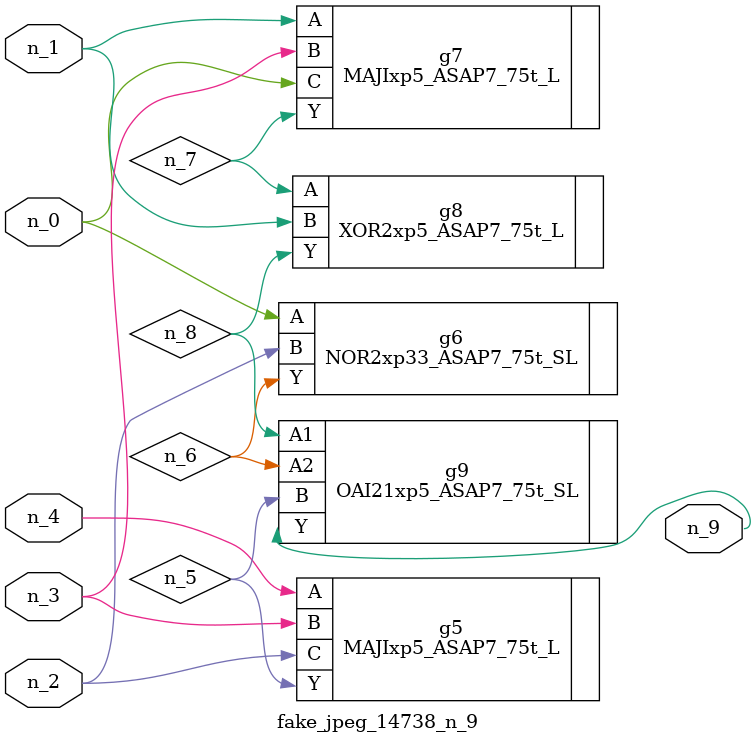
<source format=v>
module fake_jpeg_14738_n_9 (n_3, n_2, n_1, n_0, n_4, n_9);

input n_3;
input n_2;
input n_1;
input n_0;
input n_4;

output n_9;

wire n_8;
wire n_6;
wire n_5;
wire n_7;

MAJIxp5_ASAP7_75t_L g5 ( 
.A(n_4),
.B(n_3),
.C(n_2),
.Y(n_5)
);

NOR2xp33_ASAP7_75t_SL g6 ( 
.A(n_0),
.B(n_2),
.Y(n_6)
);

MAJIxp5_ASAP7_75t_L g7 ( 
.A(n_1),
.B(n_3),
.C(n_0),
.Y(n_7)
);

XOR2xp5_ASAP7_75t_L g8 ( 
.A(n_7),
.B(n_1),
.Y(n_8)
);

OAI21xp5_ASAP7_75t_SL g9 ( 
.A1(n_8),
.A2(n_6),
.B(n_5),
.Y(n_9)
);


endmodule
</source>
